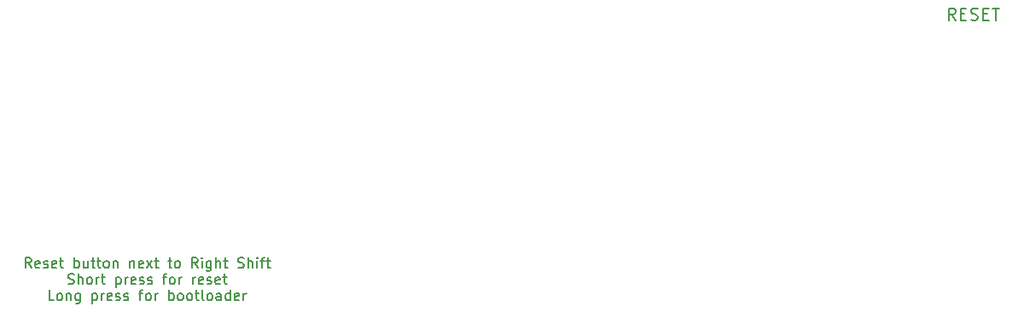
<source format=gbr>
%TF.GenerationSoftware,KiCad,Pcbnew,(6.0.2)*%
%TF.CreationDate,2022-03-07T23:39:06-05:00*%
%TF.ProjectId,FR4-fixed-layout-plate,4652342d-6669-4786-9564-2d6c61796f75,rev?*%
%TF.SameCoordinates,Original*%
%TF.FileFunction,Legend,Top*%
%TF.FilePolarity,Positive*%
%FSLAX46Y46*%
G04 Gerber Fmt 4.6, Leading zero omitted, Abs format (unit mm)*
G04 Created by KiCad (PCBNEW (6.0.2)) date 2022-03-07 23:39:06*
%MOMM*%
%LPD*%
G01*
G04 APERTURE LIST*
%ADD10C,0.200000*%
G04 APERTURE END LIST*
D10*
X135750000Y-106092380D02*
X135416666Y-105616190D01*
X135178571Y-106092380D02*
X135178571Y-105092380D01*
X135559523Y-105092380D01*
X135654761Y-105140000D01*
X135702380Y-105187619D01*
X135750000Y-105282857D01*
X135750000Y-105425714D01*
X135702380Y-105520952D01*
X135654761Y-105568571D01*
X135559523Y-105616190D01*
X135178571Y-105616190D01*
X136559523Y-106044761D02*
X136464285Y-106092380D01*
X136273809Y-106092380D01*
X136178571Y-106044761D01*
X136130952Y-105949523D01*
X136130952Y-105568571D01*
X136178571Y-105473333D01*
X136273809Y-105425714D01*
X136464285Y-105425714D01*
X136559523Y-105473333D01*
X136607142Y-105568571D01*
X136607142Y-105663809D01*
X136130952Y-105759047D01*
X136988095Y-106044761D02*
X137083333Y-106092380D01*
X137273809Y-106092380D01*
X137369047Y-106044761D01*
X137416666Y-105949523D01*
X137416666Y-105901904D01*
X137369047Y-105806666D01*
X137273809Y-105759047D01*
X137130952Y-105759047D01*
X137035714Y-105711428D01*
X136988095Y-105616190D01*
X136988095Y-105568571D01*
X137035714Y-105473333D01*
X137130952Y-105425714D01*
X137273809Y-105425714D01*
X137369047Y-105473333D01*
X138226190Y-106044761D02*
X138130952Y-106092380D01*
X137940476Y-106092380D01*
X137845238Y-106044761D01*
X137797619Y-105949523D01*
X137797619Y-105568571D01*
X137845238Y-105473333D01*
X137940476Y-105425714D01*
X138130952Y-105425714D01*
X138226190Y-105473333D01*
X138273809Y-105568571D01*
X138273809Y-105663809D01*
X137797619Y-105759047D01*
X138559523Y-105425714D02*
X138940476Y-105425714D01*
X138702380Y-105092380D02*
X138702380Y-105949523D01*
X138750000Y-106044761D01*
X138845238Y-106092380D01*
X138940476Y-106092380D01*
X140035714Y-106092380D02*
X140035714Y-105092380D01*
X140035714Y-105473333D02*
X140130952Y-105425714D01*
X140321428Y-105425714D01*
X140416666Y-105473333D01*
X140464285Y-105520952D01*
X140511904Y-105616190D01*
X140511904Y-105901904D01*
X140464285Y-105997142D01*
X140416666Y-106044761D01*
X140321428Y-106092380D01*
X140130952Y-106092380D01*
X140035714Y-106044761D01*
X141369047Y-105425714D02*
X141369047Y-106092380D01*
X140940476Y-105425714D02*
X140940476Y-105949523D01*
X140988095Y-106044761D01*
X141083333Y-106092380D01*
X141226190Y-106092380D01*
X141321428Y-106044761D01*
X141369047Y-105997142D01*
X141702380Y-105425714D02*
X142083333Y-105425714D01*
X141845238Y-105092380D02*
X141845238Y-105949523D01*
X141892857Y-106044761D01*
X141988095Y-106092380D01*
X142083333Y-106092380D01*
X142273809Y-105425714D02*
X142654761Y-105425714D01*
X142416666Y-105092380D02*
X142416666Y-105949523D01*
X142464285Y-106044761D01*
X142559523Y-106092380D01*
X142654761Y-106092380D01*
X143130952Y-106092380D02*
X143035714Y-106044761D01*
X142988095Y-105997142D01*
X142940476Y-105901904D01*
X142940476Y-105616190D01*
X142988095Y-105520952D01*
X143035714Y-105473333D01*
X143130952Y-105425714D01*
X143273809Y-105425714D01*
X143369047Y-105473333D01*
X143416666Y-105520952D01*
X143464285Y-105616190D01*
X143464285Y-105901904D01*
X143416666Y-105997142D01*
X143369047Y-106044761D01*
X143273809Y-106092380D01*
X143130952Y-106092380D01*
X143892857Y-105425714D02*
X143892857Y-106092380D01*
X143892857Y-105520952D02*
X143940476Y-105473333D01*
X144035714Y-105425714D01*
X144178571Y-105425714D01*
X144273809Y-105473333D01*
X144321428Y-105568571D01*
X144321428Y-106092380D01*
X145559523Y-105425714D02*
X145559523Y-106092380D01*
X145559523Y-105520952D02*
X145607142Y-105473333D01*
X145702380Y-105425714D01*
X145845238Y-105425714D01*
X145940476Y-105473333D01*
X145988095Y-105568571D01*
X145988095Y-106092380D01*
X146845238Y-106044761D02*
X146750000Y-106092380D01*
X146559523Y-106092380D01*
X146464285Y-106044761D01*
X146416666Y-105949523D01*
X146416666Y-105568571D01*
X146464285Y-105473333D01*
X146559523Y-105425714D01*
X146750000Y-105425714D01*
X146845238Y-105473333D01*
X146892857Y-105568571D01*
X146892857Y-105663809D01*
X146416666Y-105759047D01*
X147226190Y-106092380D02*
X147750000Y-105425714D01*
X147226190Y-105425714D02*
X147750000Y-106092380D01*
X147988095Y-105425714D02*
X148369047Y-105425714D01*
X148130952Y-105092380D02*
X148130952Y-105949523D01*
X148178571Y-106044761D01*
X148273809Y-106092380D01*
X148369047Y-106092380D01*
X149321428Y-105425714D02*
X149702380Y-105425714D01*
X149464285Y-105092380D02*
X149464285Y-105949523D01*
X149511904Y-106044761D01*
X149607142Y-106092380D01*
X149702380Y-106092380D01*
X150178571Y-106092380D02*
X150083333Y-106044761D01*
X150035714Y-105997142D01*
X149988095Y-105901904D01*
X149988095Y-105616190D01*
X150035714Y-105520952D01*
X150083333Y-105473333D01*
X150178571Y-105425714D01*
X150321428Y-105425714D01*
X150416666Y-105473333D01*
X150464285Y-105520952D01*
X150511904Y-105616190D01*
X150511904Y-105901904D01*
X150464285Y-105997142D01*
X150416666Y-106044761D01*
X150321428Y-106092380D01*
X150178571Y-106092380D01*
X152273809Y-106092380D02*
X151940476Y-105616190D01*
X151702380Y-106092380D02*
X151702380Y-105092380D01*
X152083333Y-105092380D01*
X152178571Y-105140000D01*
X152226190Y-105187619D01*
X152273809Y-105282857D01*
X152273809Y-105425714D01*
X152226190Y-105520952D01*
X152178571Y-105568571D01*
X152083333Y-105616190D01*
X151702380Y-105616190D01*
X152702380Y-106092380D02*
X152702380Y-105425714D01*
X152702380Y-105092380D02*
X152654761Y-105140000D01*
X152702380Y-105187619D01*
X152750000Y-105140000D01*
X152702380Y-105092380D01*
X152702380Y-105187619D01*
X153607142Y-105425714D02*
X153607142Y-106235238D01*
X153559523Y-106330476D01*
X153511904Y-106378095D01*
X153416666Y-106425714D01*
X153273809Y-106425714D01*
X153178571Y-106378095D01*
X153607142Y-106044761D02*
X153511904Y-106092380D01*
X153321428Y-106092380D01*
X153226190Y-106044761D01*
X153178571Y-105997142D01*
X153130952Y-105901904D01*
X153130952Y-105616190D01*
X153178571Y-105520952D01*
X153226190Y-105473333D01*
X153321428Y-105425714D01*
X153511904Y-105425714D01*
X153607142Y-105473333D01*
X154083333Y-106092380D02*
X154083333Y-105092380D01*
X154511904Y-106092380D02*
X154511904Y-105568571D01*
X154464285Y-105473333D01*
X154369047Y-105425714D01*
X154226190Y-105425714D01*
X154130952Y-105473333D01*
X154083333Y-105520952D01*
X154845238Y-105425714D02*
X155226190Y-105425714D01*
X154988095Y-105092380D02*
X154988095Y-105949523D01*
X155035714Y-106044761D01*
X155130952Y-106092380D01*
X155226190Y-106092380D01*
X156273809Y-106044761D02*
X156416666Y-106092380D01*
X156654761Y-106092380D01*
X156749999Y-106044761D01*
X156797619Y-105997142D01*
X156845238Y-105901904D01*
X156845238Y-105806666D01*
X156797619Y-105711428D01*
X156749999Y-105663809D01*
X156654761Y-105616190D01*
X156464285Y-105568571D01*
X156369047Y-105520952D01*
X156321428Y-105473333D01*
X156273809Y-105378095D01*
X156273809Y-105282857D01*
X156321428Y-105187619D01*
X156369047Y-105140000D01*
X156464285Y-105092380D01*
X156702380Y-105092380D01*
X156845238Y-105140000D01*
X157273809Y-106092380D02*
X157273809Y-105092380D01*
X157702380Y-106092380D02*
X157702380Y-105568571D01*
X157654761Y-105473333D01*
X157559523Y-105425714D01*
X157416666Y-105425714D01*
X157321428Y-105473333D01*
X157273809Y-105520952D01*
X158178571Y-106092380D02*
X158178571Y-105425714D01*
X158178571Y-105092380D02*
X158130952Y-105140000D01*
X158178571Y-105187619D01*
X158226190Y-105140000D01*
X158178571Y-105092380D01*
X158178571Y-105187619D01*
X158511904Y-105425714D02*
X158892857Y-105425714D01*
X158654761Y-106092380D02*
X158654761Y-105235238D01*
X158702380Y-105140000D01*
X158797619Y-105092380D01*
X158892857Y-105092380D01*
X159083333Y-105425714D02*
X159464285Y-105425714D01*
X159226190Y-105092380D02*
X159226190Y-105949523D01*
X159273809Y-106044761D01*
X159369047Y-106092380D01*
X159464285Y-106092380D01*
X139416666Y-107654761D02*
X139559523Y-107702380D01*
X139797619Y-107702380D01*
X139892857Y-107654761D01*
X139940476Y-107607142D01*
X139988095Y-107511904D01*
X139988095Y-107416666D01*
X139940476Y-107321428D01*
X139892857Y-107273809D01*
X139797619Y-107226190D01*
X139607142Y-107178571D01*
X139511904Y-107130952D01*
X139464285Y-107083333D01*
X139416666Y-106988095D01*
X139416666Y-106892857D01*
X139464285Y-106797619D01*
X139511904Y-106750000D01*
X139607142Y-106702380D01*
X139845238Y-106702380D01*
X139988095Y-106750000D01*
X140416666Y-107702380D02*
X140416666Y-106702380D01*
X140845238Y-107702380D02*
X140845238Y-107178571D01*
X140797619Y-107083333D01*
X140702380Y-107035714D01*
X140559523Y-107035714D01*
X140464285Y-107083333D01*
X140416666Y-107130952D01*
X141464285Y-107702380D02*
X141369047Y-107654761D01*
X141321428Y-107607142D01*
X141273809Y-107511904D01*
X141273809Y-107226190D01*
X141321428Y-107130952D01*
X141369047Y-107083333D01*
X141464285Y-107035714D01*
X141607142Y-107035714D01*
X141702380Y-107083333D01*
X141750000Y-107130952D01*
X141797619Y-107226190D01*
X141797619Y-107511904D01*
X141750000Y-107607142D01*
X141702380Y-107654761D01*
X141607142Y-107702380D01*
X141464285Y-107702380D01*
X142226190Y-107702380D02*
X142226190Y-107035714D01*
X142226190Y-107226190D02*
X142273809Y-107130952D01*
X142321428Y-107083333D01*
X142416666Y-107035714D01*
X142511904Y-107035714D01*
X142702380Y-107035714D02*
X143083333Y-107035714D01*
X142845238Y-106702380D02*
X142845238Y-107559523D01*
X142892857Y-107654761D01*
X142988095Y-107702380D01*
X143083333Y-107702380D01*
X144178571Y-107035714D02*
X144178571Y-108035714D01*
X144178571Y-107083333D02*
X144273809Y-107035714D01*
X144464285Y-107035714D01*
X144559523Y-107083333D01*
X144607142Y-107130952D01*
X144654761Y-107226190D01*
X144654761Y-107511904D01*
X144607142Y-107607142D01*
X144559523Y-107654761D01*
X144464285Y-107702380D01*
X144273809Y-107702380D01*
X144178571Y-107654761D01*
X145083333Y-107702380D02*
X145083333Y-107035714D01*
X145083333Y-107226190D02*
X145130952Y-107130952D01*
X145178571Y-107083333D01*
X145273809Y-107035714D01*
X145369047Y-107035714D01*
X146083333Y-107654761D02*
X145988095Y-107702380D01*
X145797619Y-107702380D01*
X145702380Y-107654761D01*
X145654761Y-107559523D01*
X145654761Y-107178571D01*
X145702380Y-107083333D01*
X145797619Y-107035714D01*
X145988095Y-107035714D01*
X146083333Y-107083333D01*
X146130952Y-107178571D01*
X146130952Y-107273809D01*
X145654761Y-107369047D01*
X146511904Y-107654761D02*
X146607142Y-107702380D01*
X146797619Y-107702380D01*
X146892857Y-107654761D01*
X146940476Y-107559523D01*
X146940476Y-107511904D01*
X146892857Y-107416666D01*
X146797619Y-107369047D01*
X146654761Y-107369047D01*
X146559523Y-107321428D01*
X146511904Y-107226190D01*
X146511904Y-107178571D01*
X146559523Y-107083333D01*
X146654761Y-107035714D01*
X146797619Y-107035714D01*
X146892857Y-107083333D01*
X147321428Y-107654761D02*
X147416666Y-107702380D01*
X147607142Y-107702380D01*
X147702380Y-107654761D01*
X147750000Y-107559523D01*
X147750000Y-107511904D01*
X147702380Y-107416666D01*
X147607142Y-107369047D01*
X147464285Y-107369047D01*
X147369047Y-107321428D01*
X147321428Y-107226190D01*
X147321428Y-107178571D01*
X147369047Y-107083333D01*
X147464285Y-107035714D01*
X147607142Y-107035714D01*
X147702380Y-107083333D01*
X148797619Y-107035714D02*
X149178571Y-107035714D01*
X148940476Y-107702380D02*
X148940476Y-106845238D01*
X148988095Y-106750000D01*
X149083333Y-106702380D01*
X149178571Y-106702380D01*
X149654761Y-107702380D02*
X149559523Y-107654761D01*
X149511904Y-107607142D01*
X149464285Y-107511904D01*
X149464285Y-107226190D01*
X149511904Y-107130952D01*
X149559523Y-107083333D01*
X149654761Y-107035714D01*
X149797619Y-107035714D01*
X149892857Y-107083333D01*
X149940476Y-107130952D01*
X149988095Y-107226190D01*
X149988095Y-107511904D01*
X149940476Y-107607142D01*
X149892857Y-107654761D01*
X149797619Y-107702380D01*
X149654761Y-107702380D01*
X150416666Y-107702380D02*
X150416666Y-107035714D01*
X150416666Y-107226190D02*
X150464285Y-107130952D01*
X150511904Y-107083333D01*
X150607142Y-107035714D01*
X150702380Y-107035714D01*
X151797619Y-107702380D02*
X151797619Y-107035714D01*
X151797619Y-107226190D02*
X151845238Y-107130952D01*
X151892857Y-107083333D01*
X151988095Y-107035714D01*
X152083333Y-107035714D01*
X152797619Y-107654761D02*
X152702380Y-107702380D01*
X152511904Y-107702380D01*
X152416666Y-107654761D01*
X152369047Y-107559523D01*
X152369047Y-107178571D01*
X152416666Y-107083333D01*
X152511904Y-107035714D01*
X152702380Y-107035714D01*
X152797619Y-107083333D01*
X152845238Y-107178571D01*
X152845238Y-107273809D01*
X152369047Y-107369047D01*
X153226190Y-107654761D02*
X153321428Y-107702380D01*
X153511904Y-107702380D01*
X153607142Y-107654761D01*
X153654761Y-107559523D01*
X153654761Y-107511904D01*
X153607142Y-107416666D01*
X153511904Y-107369047D01*
X153369047Y-107369047D01*
X153273809Y-107321428D01*
X153226190Y-107226190D01*
X153226190Y-107178571D01*
X153273809Y-107083333D01*
X153369047Y-107035714D01*
X153511904Y-107035714D01*
X153607142Y-107083333D01*
X154464285Y-107654761D02*
X154369047Y-107702380D01*
X154178571Y-107702380D01*
X154083333Y-107654761D01*
X154035714Y-107559523D01*
X154035714Y-107178571D01*
X154083333Y-107083333D01*
X154178571Y-107035714D01*
X154369047Y-107035714D01*
X154464285Y-107083333D01*
X154511904Y-107178571D01*
X154511904Y-107273809D01*
X154035714Y-107369047D01*
X154797619Y-107035714D02*
X155178571Y-107035714D01*
X154940476Y-106702380D02*
X154940476Y-107559523D01*
X154988095Y-107654761D01*
X155083333Y-107702380D01*
X155178571Y-107702380D01*
X138011904Y-109312380D02*
X137535714Y-109312380D01*
X137535714Y-108312380D01*
X138488095Y-109312380D02*
X138392857Y-109264761D01*
X138345238Y-109217142D01*
X138297619Y-109121904D01*
X138297619Y-108836190D01*
X138345238Y-108740952D01*
X138392857Y-108693333D01*
X138488095Y-108645714D01*
X138630952Y-108645714D01*
X138726190Y-108693333D01*
X138773809Y-108740952D01*
X138821428Y-108836190D01*
X138821428Y-109121904D01*
X138773809Y-109217142D01*
X138726190Y-109264761D01*
X138630952Y-109312380D01*
X138488095Y-109312380D01*
X139250000Y-108645714D02*
X139250000Y-109312380D01*
X139250000Y-108740952D02*
X139297619Y-108693333D01*
X139392857Y-108645714D01*
X139535714Y-108645714D01*
X139630952Y-108693333D01*
X139678571Y-108788571D01*
X139678571Y-109312380D01*
X140583333Y-108645714D02*
X140583333Y-109455238D01*
X140535714Y-109550476D01*
X140488095Y-109598095D01*
X140392857Y-109645714D01*
X140250000Y-109645714D01*
X140154761Y-109598095D01*
X140583333Y-109264761D02*
X140488095Y-109312380D01*
X140297619Y-109312380D01*
X140202380Y-109264761D01*
X140154761Y-109217142D01*
X140107142Y-109121904D01*
X140107142Y-108836190D01*
X140154761Y-108740952D01*
X140202380Y-108693333D01*
X140297619Y-108645714D01*
X140488095Y-108645714D01*
X140583333Y-108693333D01*
X141821428Y-108645714D02*
X141821428Y-109645714D01*
X141821428Y-108693333D02*
X141916666Y-108645714D01*
X142107142Y-108645714D01*
X142202380Y-108693333D01*
X142250000Y-108740952D01*
X142297619Y-108836190D01*
X142297619Y-109121904D01*
X142250000Y-109217142D01*
X142202380Y-109264761D01*
X142107142Y-109312380D01*
X141916666Y-109312380D01*
X141821428Y-109264761D01*
X142726190Y-109312380D02*
X142726190Y-108645714D01*
X142726190Y-108836190D02*
X142773809Y-108740952D01*
X142821428Y-108693333D01*
X142916666Y-108645714D01*
X143011904Y-108645714D01*
X143726190Y-109264761D02*
X143630952Y-109312380D01*
X143440476Y-109312380D01*
X143345238Y-109264761D01*
X143297619Y-109169523D01*
X143297619Y-108788571D01*
X143345238Y-108693333D01*
X143440476Y-108645714D01*
X143630952Y-108645714D01*
X143726190Y-108693333D01*
X143773809Y-108788571D01*
X143773809Y-108883809D01*
X143297619Y-108979047D01*
X144154761Y-109264761D02*
X144250000Y-109312380D01*
X144440476Y-109312380D01*
X144535714Y-109264761D01*
X144583333Y-109169523D01*
X144583333Y-109121904D01*
X144535714Y-109026666D01*
X144440476Y-108979047D01*
X144297619Y-108979047D01*
X144202380Y-108931428D01*
X144154761Y-108836190D01*
X144154761Y-108788571D01*
X144202380Y-108693333D01*
X144297619Y-108645714D01*
X144440476Y-108645714D01*
X144535714Y-108693333D01*
X144964285Y-109264761D02*
X145059523Y-109312380D01*
X145250000Y-109312380D01*
X145345238Y-109264761D01*
X145392857Y-109169523D01*
X145392857Y-109121904D01*
X145345238Y-109026666D01*
X145250000Y-108979047D01*
X145107142Y-108979047D01*
X145011904Y-108931428D01*
X144964285Y-108836190D01*
X144964285Y-108788571D01*
X145011904Y-108693333D01*
X145107142Y-108645714D01*
X145250000Y-108645714D01*
X145345238Y-108693333D01*
X146440476Y-108645714D02*
X146821428Y-108645714D01*
X146583333Y-109312380D02*
X146583333Y-108455238D01*
X146630952Y-108360000D01*
X146726190Y-108312380D01*
X146821428Y-108312380D01*
X147297619Y-109312380D02*
X147202380Y-109264761D01*
X147154761Y-109217142D01*
X147107142Y-109121904D01*
X147107142Y-108836190D01*
X147154761Y-108740952D01*
X147202380Y-108693333D01*
X147297619Y-108645714D01*
X147440476Y-108645714D01*
X147535714Y-108693333D01*
X147583333Y-108740952D01*
X147630952Y-108836190D01*
X147630952Y-109121904D01*
X147583333Y-109217142D01*
X147535714Y-109264761D01*
X147440476Y-109312380D01*
X147297619Y-109312380D01*
X148059523Y-109312380D02*
X148059523Y-108645714D01*
X148059523Y-108836190D02*
X148107142Y-108740952D01*
X148154761Y-108693333D01*
X148250000Y-108645714D01*
X148345238Y-108645714D01*
X149440476Y-109312380D02*
X149440476Y-108312380D01*
X149440476Y-108693333D02*
X149535714Y-108645714D01*
X149726190Y-108645714D01*
X149821428Y-108693333D01*
X149869047Y-108740952D01*
X149916666Y-108836190D01*
X149916666Y-109121904D01*
X149869047Y-109217142D01*
X149821428Y-109264761D01*
X149726190Y-109312380D01*
X149535714Y-109312380D01*
X149440476Y-109264761D01*
X150488095Y-109312380D02*
X150392857Y-109264761D01*
X150345238Y-109217142D01*
X150297619Y-109121904D01*
X150297619Y-108836190D01*
X150345238Y-108740952D01*
X150392857Y-108693333D01*
X150488095Y-108645714D01*
X150630952Y-108645714D01*
X150726190Y-108693333D01*
X150773809Y-108740952D01*
X150821428Y-108836190D01*
X150821428Y-109121904D01*
X150773809Y-109217142D01*
X150726190Y-109264761D01*
X150630952Y-109312380D01*
X150488095Y-109312380D01*
X151392857Y-109312380D02*
X151297619Y-109264761D01*
X151250000Y-109217142D01*
X151202380Y-109121904D01*
X151202380Y-108836190D01*
X151250000Y-108740952D01*
X151297619Y-108693333D01*
X151392857Y-108645714D01*
X151535714Y-108645714D01*
X151630952Y-108693333D01*
X151678571Y-108740952D01*
X151726190Y-108836190D01*
X151726190Y-109121904D01*
X151678571Y-109217142D01*
X151630952Y-109264761D01*
X151535714Y-109312380D01*
X151392857Y-109312380D01*
X152011904Y-108645714D02*
X152392857Y-108645714D01*
X152154761Y-108312380D02*
X152154761Y-109169523D01*
X152202380Y-109264761D01*
X152297619Y-109312380D01*
X152392857Y-109312380D01*
X152869047Y-109312380D02*
X152773809Y-109264761D01*
X152726190Y-109169523D01*
X152726190Y-108312380D01*
X153392857Y-109312380D02*
X153297619Y-109264761D01*
X153250000Y-109217142D01*
X153202380Y-109121904D01*
X153202380Y-108836190D01*
X153250000Y-108740952D01*
X153297619Y-108693333D01*
X153392857Y-108645714D01*
X153535714Y-108645714D01*
X153630952Y-108693333D01*
X153678571Y-108740952D01*
X153726190Y-108836190D01*
X153726190Y-109121904D01*
X153678571Y-109217142D01*
X153630952Y-109264761D01*
X153535714Y-109312380D01*
X153392857Y-109312380D01*
X154583333Y-109312380D02*
X154583333Y-108788571D01*
X154535714Y-108693333D01*
X154440476Y-108645714D01*
X154250000Y-108645714D01*
X154154761Y-108693333D01*
X154583333Y-109264761D02*
X154488095Y-109312380D01*
X154250000Y-109312380D01*
X154154761Y-109264761D01*
X154107142Y-109169523D01*
X154107142Y-109074285D01*
X154154761Y-108979047D01*
X154250000Y-108931428D01*
X154488095Y-108931428D01*
X154583333Y-108883809D01*
X155488095Y-109312380D02*
X155488095Y-108312380D01*
X155488095Y-109264761D02*
X155392857Y-109312380D01*
X155202380Y-109312380D01*
X155107142Y-109264761D01*
X155059523Y-109217142D01*
X155011904Y-109121904D01*
X155011904Y-108836190D01*
X155059523Y-108740952D01*
X155107142Y-108693333D01*
X155202380Y-108645714D01*
X155392857Y-108645714D01*
X155488095Y-108693333D01*
X156345238Y-109264761D02*
X156250000Y-109312380D01*
X156059523Y-109312380D01*
X155964285Y-109264761D01*
X155916666Y-109169523D01*
X155916666Y-108788571D01*
X155964285Y-108693333D01*
X156059523Y-108645714D01*
X156250000Y-108645714D01*
X156345238Y-108693333D01*
X156392857Y-108788571D01*
X156392857Y-108883809D01*
X155916666Y-108979047D01*
X156821428Y-109312380D02*
X156821428Y-108645714D01*
X156821428Y-108836190D02*
X156869047Y-108740952D01*
X156916666Y-108693333D01*
X157011904Y-108645714D01*
X157107142Y-108645714D01*
X227452647Y-81505425D02*
X227052647Y-80933996D01*
X226766933Y-81505425D02*
X226766933Y-80305425D01*
X227224076Y-80305425D01*
X227338362Y-80362568D01*
X227395505Y-80419710D01*
X227452647Y-80533996D01*
X227452647Y-80705425D01*
X227395505Y-80819710D01*
X227338362Y-80876853D01*
X227224076Y-80933996D01*
X226766933Y-80933996D01*
X227966933Y-80876853D02*
X228366933Y-80876853D01*
X228538362Y-81505425D02*
X227966933Y-81505425D01*
X227966933Y-80305425D01*
X228538362Y-80305425D01*
X228995505Y-81448282D02*
X229166933Y-81505425D01*
X229452647Y-81505425D01*
X229566933Y-81448282D01*
X229624076Y-81391139D01*
X229681219Y-81276853D01*
X229681219Y-81162568D01*
X229624076Y-81048282D01*
X229566933Y-80991139D01*
X229452647Y-80933996D01*
X229224076Y-80876853D01*
X229109790Y-80819710D01*
X229052647Y-80762568D01*
X228995505Y-80648282D01*
X228995505Y-80533996D01*
X229052647Y-80419710D01*
X229109790Y-80362568D01*
X229224076Y-80305425D01*
X229509790Y-80305425D01*
X229681219Y-80362568D01*
X230195505Y-80876853D02*
X230595505Y-80876853D01*
X230766933Y-81505425D02*
X230195505Y-81505425D01*
X230195505Y-80305425D01*
X230766933Y-80305425D01*
X231109790Y-80305425D02*
X231795505Y-80305425D01*
X231452647Y-81505425D02*
X231452647Y-80305425D01*
M02*

</source>
